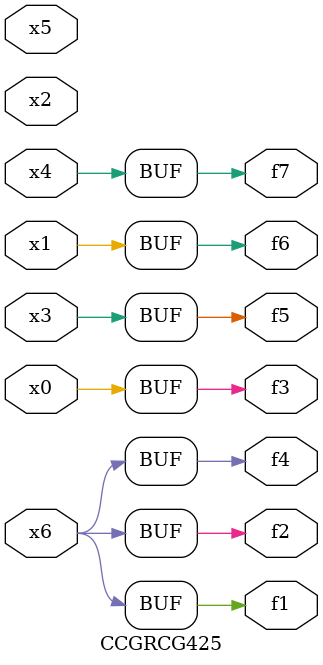
<source format=v>
module CCGRCG425(
	input x0, x1, x2, x3, x4, x5, x6,
	output f1, f2, f3, f4, f5, f6, f7
);
	assign f1 = x6;
	assign f2 = x6;
	assign f3 = x0;
	assign f4 = x6;
	assign f5 = x3;
	assign f6 = x1;
	assign f7 = x4;
endmodule

</source>
